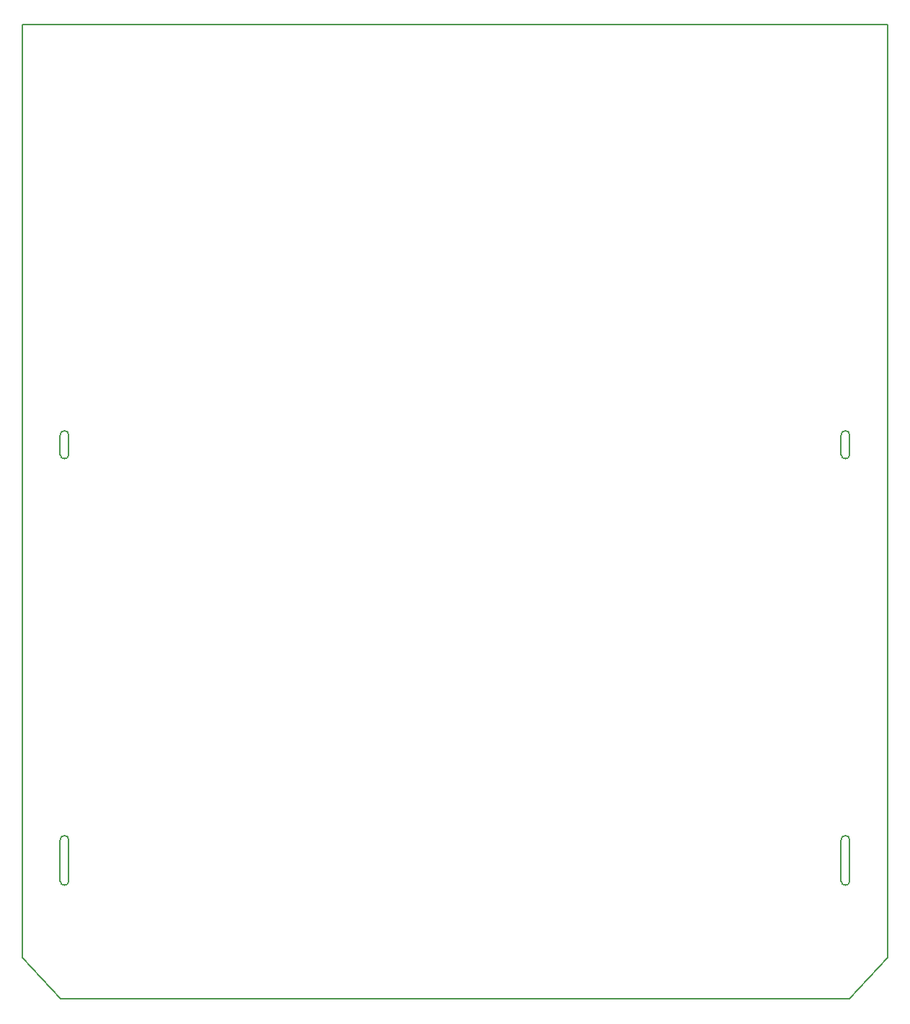
<source format=gbr>
G04 #@! TF.FileFunction,Profile,NP*
%FSLAX46Y46*%
G04 Gerber Fmt 4.6, Leading zero omitted, Abs format (unit mm)*
G04 Created by KiCad (PCBNEW 4.0.5-e0-6337~49~ubuntu16.04.1) date Sun Jan 22 10:16:39 2017*
%MOMM*%
%LPD*%
G01*
G04 APERTURE LIST*
%ADD10C,0.050000*%
%ADD11C,0.150000*%
G04 APERTURE END LIST*
D10*
D11*
X172339000Y-133731000D02*
X172339000Y-138557000D01*
X173355000Y-133731000D02*
X173355000Y-138557000D01*
X172339000Y-138557000D02*
G75*
G03X173355000Y-138557000I508000J0D01*
G01*
X173355000Y-133731000D02*
G75*
G03X172339000Y-133731000I-508000J0D01*
G01*
X80645000Y-138557000D02*
G75*
G03X81661000Y-138557000I508000J0D01*
G01*
X81661000Y-133731000D02*
G75*
G03X80645000Y-133731000I-508000J0D01*
G01*
X81661000Y-133731000D02*
X81661000Y-138557000D01*
X80645000Y-133731000D02*
X80645000Y-138557000D01*
X172339000Y-86233000D02*
X172339000Y-88519000D01*
X172339000Y-88519000D02*
G75*
G03X173355000Y-88519000I508000J0D01*
G01*
X173355000Y-86233000D02*
G75*
G03X172339000Y-86233000I-508000J0D01*
G01*
X173355000Y-86233000D02*
X173355000Y-88519000D01*
X80645000Y-88519000D02*
G75*
G03X81661000Y-88519000I508000J0D01*
G01*
X81661000Y-86233000D02*
G75*
G03X80645000Y-86233000I-508000J0D01*
G01*
X81661000Y-86233000D02*
X81661000Y-88519000D01*
X80645000Y-86233000D02*
X80645000Y-88519000D01*
X76200000Y-147574000D02*
X76200000Y-38100000D01*
X80683100Y-152400000D02*
X76200000Y-147574000D01*
X173338490Y-152400000D02*
X80676750Y-152400000D01*
X177800000Y-147574000D02*
X173338490Y-152400000D01*
X177800000Y-38100000D02*
X177800000Y-147574000D01*
X76200000Y-38100000D02*
X177800000Y-38100000D01*
M02*

</source>
